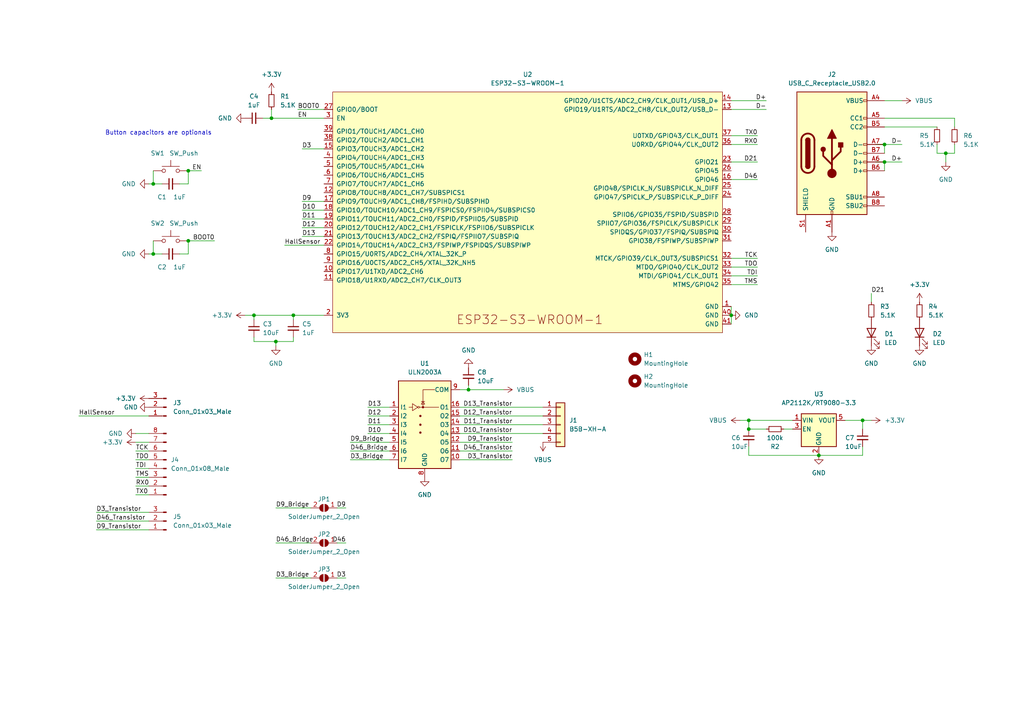
<source format=kicad_sch>
(kicad_sch (version 20211123) (generator eeschema)
  (paper "A4")
  (lib_symbols
    (symbol "Connector:Conn_01x03_Male" (pin_names (offset 1.016) hide)
      (property "Reference" "J" (at 0 5.08 0))
      (property "Value" "Conn_01x03_Male" (at 0 -5.08 0))
      (symbol "Conn_01x03_Male_1_1"
        (polyline (pts (xy 1.27 -2.54) (xy 0.8636 -2.54)) (stroke (width 0.1524)))
        (polyline (pts (xy 1.27 0) (xy 0.8636 0)) (stroke (width 0.1524)))
        (polyline (pts (xy 1.27 2.54) (xy 0.8636 2.54)) (stroke (width 0.1524)))
        (rectangle (start 0.8636 -2.413) (end 0 -2.667) (stroke (width 0.1524)) (fill (type outline)))
        (rectangle (start 0.8636 0.127) (end 0 -0.127) (stroke (width 0.1524)) (fill (type outline)))
        (rectangle (start 0.8636 2.667) (end 0 2.413) (stroke (width 0.1524)) (fill (type outline)))
        (pin passive line (at 5.08 2.54 180) (length 3.81) (name "Pin_1") (number "1"))
        (pin passive line (at 5.08 0 180) (length 3.81) (name "Pin_2") (number "2"))
        (pin passive line (at 5.08 -2.54 180) (length 3.81) (name "Pin_3") (number "3"))
      )
    )
    (symbol "Connector:Conn_01x08_Male" (pin_names (offset 1.016) hide)
      (property "Reference" "J" (at 0 10.16 0))
      (property "Value" "Conn_01x08_Male" (at 0 -12.7 0))
      (symbol "Conn_01x08_Male_1_1"
        (polyline (pts (xy 1.27 -10.16) (xy 0.8636 -10.16)) (stroke (width 0.1524)))
        (polyline (pts (xy 1.27 -7.62) (xy 0.8636 -7.62)) (stroke (width 0.1524)))
        (polyline (pts (xy 1.27 -5.08) (xy 0.8636 -5.08)) (stroke (width 0.1524)))
        (polyline (pts (xy 1.27 -2.54) (xy 0.8636 -2.54)) (stroke (width 0.1524)))
        (polyline (pts (xy 1.27 0) (xy 0.8636 0)) (stroke (width 0.1524)))
        (polyline (pts (xy 1.27 2.54) (xy 0.8636 2.54)) (stroke (width 0.1524)))
        (polyline (pts (xy 1.27 5.08) (xy 0.8636 5.08)) (stroke (width 0.1524)))
        (polyline (pts (xy 1.27 7.62) (xy 0.8636 7.62)) (stroke (width 0.1524)))
        (rectangle (start 0.8636 -10.033) (end 0 -10.287) (stroke (width 0.1524)) (fill (type outline)))
        (rectangle (start 0.8636 -7.493) (end 0 -7.747) (stroke (width 0.1524)) (fill (type outline)))
        (rectangle (start 0.8636 -4.953) (end 0 -5.207) (stroke (width 0.1524)) (fill (type outline)))
        (rectangle (start 0.8636 -2.413) (end 0 -2.667) (stroke (width 0.1524)) (fill (type outline)))
        (rectangle (start 0.8636 0.127) (end 0 -0.127) (stroke (width 0.1524)) (fill (type outline)))
        (rectangle (start 0.8636 2.667) (end 0 2.413) (stroke (width 0.1524)) (fill (type outline)))
        (rectangle (start 0.8636 5.207) (end 0 4.953) (stroke (width 0.1524)) (fill (type outline)))
        (rectangle (start 0.8636 7.747) (end 0 7.493) (stroke (width 0.1524)) (fill (type outline)))
        (pin passive line (at 5.08 7.62 180) (length 3.81) (name "Pin_1") (number "1"))
        (pin passive line (at 5.08 5.08 180) (length 3.81) (name "Pin_2") (number "2"))
        (pin passive line (at 5.08 2.54 180) (length 3.81) (name "Pin_3") (number "3"))
        (pin passive line (at 5.08 0 180) (length 3.81) (name "Pin_4") (number "4"))
        (pin passive line (at 5.08 -2.54 180) (length 3.81) (name "Pin_5") (number "5"))
        (pin passive line (at 5.08 -5.08 180) (length 3.81) (name "Pin_6") (number "6"))
        (pin passive line (at 5.08 -7.62 180) (length 3.81) (name "Pin_7") (number "7"))
        (pin passive line (at 5.08 -10.16 180) (length 3.81) (name "Pin_8") (number "8"))
      )
    )
    (symbol "Connector:USB_C_Receptacle_USB2.0" (pin_names (offset 1.016))
      (property "Reference" "J" (at -10.16 19.05 0))
      (property "Value" "USB_C_Receptacle_USB2.0" (at 19.05 19.05 0))
      (symbol "USB_C_Receptacle_USB2.0_0_0"
        (rectangle (start -0.254 -17.78) (end 0.254 -16.764))
        (rectangle (start 10.16 -14.986) (end 9.144 -15.494))
        (rectangle (start 10.16 -12.446) (end 9.144 -12.954))
        (rectangle (start 10.16 -4.826) (end 9.144 -5.334))
        (rectangle (start 10.16 -2.286) (end 9.144 -2.794))
        (rectangle (start 10.16 0.254) (end 9.144 -0.254))
        (rectangle (start 10.16 2.794) (end 9.144 2.286))
        (rectangle (start 10.16 7.874) (end 9.144 7.366))
        (rectangle (start 10.16 10.414) (end 9.144 9.906))
        (rectangle (start 10.16 15.494) (end 9.144 14.986))
      )
      (symbol "USB_C_Receptacle_USB2.0_0_1"
        (rectangle (start -10.16 17.78) (end 10.16 -17.78) (stroke (width 0.254)) (fill (type background)))
        (arc (start -8.89 -3.81) (mid -6.985 -5.715) (end -5.08 -3.81) (stroke (width 0.508)))
        (arc (start -7.62 -3.81) (mid -6.985 -4.445) (end -6.35 -3.81) (stroke (width 0.254)))
        (arc (start -7.62 -3.81) (mid -6.985 -4.445) (end -6.35 -3.81) (stroke (width 0.254)) (fill (type outline)))
        (rectangle (start -7.62 -3.81) (end -6.35 3.81) (stroke (width 0.254)) (fill (type outline)))
        (arc (start -6.35 3.81) (mid -6.985 4.445) (end -7.62 3.81) (stroke (width 0.254)))
        (arc (start -6.35 3.81) (mid -6.985 4.445) (end -7.62 3.81) (stroke (width 0.254)) (fill (type outline)))
        (arc (start -5.08 3.81) (mid -6.985 5.715) (end -8.89 3.81) (stroke (width 0.508)))
        (circle (center -2.54 1.143) (radius 0.635) (stroke (width 0.254)) (fill (type outline)))
        (circle (center 0 -5.842) (radius 1.27) (fill (type outline)))
        (polyline (pts (xy -8.89 -3.81) (xy -8.89 3.81)) (stroke (width 0.508)))
        (polyline (pts (xy -5.08 3.81) (xy -5.08 -3.81)) (stroke (width 0.508)))
        (polyline (pts (xy 0 -5.842) (xy 0 4.318)) (stroke (width 0.508)))
        (polyline (pts (xy 0 -3.302) (xy -2.54 -0.762) (xy -2.54 0.508)) (stroke (width 0.508)))
        (polyline (pts (xy 0 -2.032) (xy 2.54 0.508) (xy 2.54 1.778)) (stroke (width 0.508)))
        (polyline (pts (xy -1.27 4.318) (xy 0 6.858) (xy 1.27 4.318) (xy -1.27 4.318)) (stroke (width 0.254)) (fill (type outline)))
        (rectangle (start 1.905 1.778) (end 3.175 3.048) (stroke (width 0.254)) (fill (type outline)))
      )
      (symbol "USB_C_Receptacle_USB2.0_1_1"
        (pin passive line (at 0 -22.86 90) (length 5.08) (name "GND") (number "A1"))
        (pin passive line (at 0 -22.86 90) (length 5.08) hide (name "GND") (number "A12"))
        (pin passive line (at 15.24 15.24 180) (length 5.08) (name "VBUS") (number "A4"))
        (pin bidirectional line (at 15.24 10.16 180) (length 5.08) (name "CC1") (number "A5"))
        (pin bidirectional line (at 15.24 -2.54 180) (length 5.08) (name "D+") (number "A6"))
        (pin bidirectional line (at 15.24 2.54 180) (length 5.08) (name "D-") (number "A7"))
        (pin bidirectional line (at 15.24 -12.7 180) (length 5.08) (name "SBU1") (number "A8"))
        (pin passive line (at 15.24 15.24 180) (length 5.08) hide (name "VBUS") (number "A9"))
        (pin passive line (at 0 -22.86 90) (length 5.08) hide (name "GND") (number "B1"))
        (pin passive line (at 0 -22.86 90) (length 5.08) hide (name "GND") (number "B12"))
        (pin passive line (at 15.24 15.24 180) (length 5.08) hide (name "VBUS") (number "B4"))
        (pin bidirectional line (at 15.24 7.62 180) (length 5.08) (name "CC2") (number "B5"))
        (pin bidirectional line (at 15.24 -5.08 180) (length 5.08) (name "D+") (number "B6"))
        (pin bidirectional line (at 15.24 0 180) (length 5.08) (name "D-") (number "B7"))
        (pin bidirectional line (at 15.24 -15.24 180) (length 5.08) (name "SBU2") (number "B8"))
        (pin passive line (at 15.24 15.24 180) (length 5.08) hide (name "VBUS") (number "B9"))
        (pin passive line (at -7.62 -22.86 90) (length 5.08) (name "SHIELD") (number "S1"))
      )
    )
    (symbol "Connector_Generic:Conn_01x05" (pin_names (offset 1.016) hide)
      (property "Reference" "J" (at 0 7.62 0))
      (property "Value" "Conn_01x05" (at 0 -7.62 0))
      (symbol "Conn_01x05_1_1"
        (rectangle (start -1.27 -4.953) (end 0 -5.207) (stroke (width 0.1524)))
        (rectangle (start -1.27 -2.413) (end 0 -2.667) (stroke (width 0.1524)))
        (rectangle (start -1.27 0.127) (end 0 -0.127) (stroke (width 0.1524)))
        (rectangle (start -1.27 2.667) (end 0 2.413) (stroke (width 0.1524)))
        (rectangle (start -1.27 5.207) (end 0 4.953) (stroke (width 0.1524)))
        (rectangle (start -1.27 6.35) (end 1.27 -6.35) (stroke (width 0.254)) (fill (type background)))
        (pin passive line (at -5.08 5.08 0) (length 3.81) (name "Pin_1") (number "1"))
        (pin passive line (at -5.08 2.54 0) (length 3.81) (name "Pin_2") (number "2"))
        (pin passive line (at -5.08 0 0) (length 3.81) (name "Pin_3") (number "3"))
        (pin passive line (at -5.08 -2.54 0) (length 3.81) (name "Pin_4") (number "4"))
        (pin passive line (at -5.08 -5.08 0) (length 3.81) (name "Pin_5") (number "5"))
      )
    )
    (symbol "Device:C_Small" (pin_numbers hide) (pin_names (offset 0.254) hide)
      (property "Reference" "C" (at 0.254 1.778 0))
      (property "Value" "C_Small" (at 0.254 -2.032 0))
      (symbol "C_Small_0_1"
        (polyline (pts (xy -1.524 -0.508) (xy 1.524 -0.508)) (stroke (width 0.3302)))
        (polyline (pts (xy -1.524 0.508) (xy 1.524 0.508)) (stroke (width 0.3048)))
      )
      (symbol "C_Small_1_1"
        (pin passive line (at 0 2.54 270) (length 2.032) (name "~") (number "1"))
        (pin passive line (at 0 -2.54 90) (length 2.032) (name "~") (number "2"))
      )
    )
    (symbol "Device:LED" (pin_numbers hide) (pin_names (offset 1.016) hide)
      (property "Reference" "D" (at 0 2.54 0))
      (property "Value" "LED" (at 0 -2.54 0))
      (symbol "LED_0_1"
        (polyline (pts (xy -1.27 -1.27) (xy -1.27 1.27)) (stroke (width 0.254)))
        (polyline (pts (xy -1.27 0) (xy 1.27 0)))
        (polyline (pts (xy 1.27 -1.27) (xy 1.27 1.27) (xy -1.27 0) (xy 1.27 -1.27)) (stroke (width 0.254)))
        (polyline (pts (xy -3.048 -0.762) (xy -4.572 -2.286) (xy -3.81 -2.286) (xy -4.572 -2.286) (xy -4.572 -1.524)))
        (polyline (pts (xy -1.778 -0.762) (xy -3.302 -2.286) (xy -2.54 -2.286) (xy -3.302 -2.286) (xy -3.302 -1.524)))
      )
      (symbol "LED_1_1"
        (pin passive line (at -3.81 0 0) (length 2.54) (name "K") (number "1"))
        (pin passive line (at 3.81 0 180) (length 2.54) (name "A") (number "2"))
      )
    )
    (symbol "Device:R_Small" (pin_numbers hide) (pin_names (offset 0.254) hide)
      (property "Reference" "R" (at 0.762 0.508 0))
      (property "Value" "R_Small" (at 0.762 -1.016 0))
      (symbol "R_Small_0_1"
        (rectangle (start -0.762 1.778) (end 0.762 -1.778) (stroke (width 0.2032)))
      )
      (symbol "R_Small_1_1"
        (pin passive line (at 0 2.54 270) (length 0.762) (name "~") (number "1"))
        (pin passive line (at 0 -2.54 90) (length 0.762) (name "~") (number "2"))
      )
    )
    (symbol "Espressif:ESP32-S3-WROOM-1" (pin_names (offset 1.016))
      (property "Reference" "U" (at 0 35.56 0))
      (property "Value" "ESP32-S3-WROOM-1" (at 0 -36.83 0))
      (symbol "ESP32-S3-WROOM-1_0_0"
        (rectangle (start -57.15 34.29) (end 55.88 -35.56) (fill (type background)))
        (text "ESP32-S3-WROOM-1" (at 0 -31.75 0) (effects (font (size 2.54 2.54))))
        (pin power_in line (at 58.42 -27.94 180) (length 2.54) (name "GND") (number "1"))
        (pin bidirectional line (at -59.69 -17.78 0) (length 2.54) (name "GPIO17/U1TXD/ADC2_CH6") (number "10"))
        (pin bidirectional line (at -59.69 -20.32 0) (length 2.54) (name "GPIO18/U1RXD/ADC2_CH7/CLK_OUT3") (number "11"))
        (pin bidirectional line (at -59.69 5.08 0) (length 2.54) (name "GPIO8/TOUCH8/ADC1_CH7/SUBSPICS1") (number "12"))
        (pin bidirectional line (at 58.42 29.21 180) (length 2.54) (name "GPIO19/U1RTS/ADC2_CH8/CLK_OUT2/USB_D-") (number "13"))
        (pin bidirectional line (at 58.42 31.75 180) (length 2.54) (name "GPIO20/U1CTS/ADC2_CH9/CLK_OUT1/USB_D+") (number "14"))
        (pin bidirectional line (at -59.69 17.78 0) (length 2.54) (name "GPIO3/TOUCH3/ADC1_CH2") (number "15"))
        (pin bidirectional line (at 58.42 8.89 180) (length 2.54) (name "GPIO46") (number "16"))
        (pin bidirectional line (at -59.69 2.54 0) (length 2.54) (name "GPIO9/TOUCH9/ADC1_CH8/FSPIHD/SUBSPIHD") (number "17"))
        (pin bidirectional line (at -59.69 0 0) (length 2.54) (name "GPIO10/TOUCH10/ADC1_CH9/FSPICS0/FSPIIO4/SUBSPICS0") (number "18"))
        (pin bidirectional line (at -59.69 -2.54 0) (length 2.54) (name "GPIO11/TOUCH11/ADC2_CH0/FSPID/FSPIIO5/SUBSPID") (number "19"))
        (pin power_in line (at -59.69 -30.48 0) (length 2.54) (name "3V3") (number "2"))
        (pin bidirectional line (at -59.69 -5.08 0) (length 2.54) (name "GPIO12/TOUCH12/ADC2_CH1/FSPICLK/FSPIIO6/SUBSPICLK") (number "20"))
        (pin bidirectional line (at -59.69 -7.62 0) (length 2.54) (name "GPIO13/TOUCH13/ADC2_CH2/FSPIQ/FSPIIO7/SUBSPIQ") (number "21"))
        (pin bidirectional line (at -59.69 -10.16 0) (length 2.54) (name "GPIO14/TOUCH14/ADC2_CH3/FSPIWP/FSPIDQS/SUBSPIWP") (number "22"))
        (pin bidirectional line (at 58.42 13.97 180) (length 2.54) (name "GPIO21") (number "23"))
        (pin bidirectional line (at 58.42 3.81 180) (length 2.54) (name "GPIO47/SPICLK_P/SUBSPICLK_P_DIFF") (number "24"))
        (pin bidirectional line (at 58.42 6.35 180) (length 2.54) (name "GPIO48/SPICLK_N/SUBSPICLK_N_DIFF") (number "25"))
        (pin bidirectional line (at 58.42 11.43 180) (length 2.54) (name "GPIO45") (number "26"))
        (pin bidirectional line (at -59.69 29.21 0) (length 2.54) (name "GPIO0/BOOT") (number "27"))
        (pin bidirectional line (at 58.42 -1.27 180) (length 2.54) (name "SPIIO6/GPIO35/FSPID/SUBSPID") (number "28"))
        (pin bidirectional line (at 58.42 -3.81 180) (length 2.54) (name "SPIIO7/GPIO36/FSPICLK/SUBSPICLK") (number "29"))
        (pin input line (at -59.69 26.67 0) (length 2.54) (name "EN") (number "3"))
        (pin bidirectional line (at 58.42 -6.35 180) (length 2.54) (name "SPIDQS/GPIO37/FSPIQ/SUBSPIQ") (number "30"))
        (pin bidirectional line (at 58.42 -8.89 180) (length 2.54) (name "GPIO38/FSPIWP/SUBSPIWP") (number "31"))
        (pin bidirectional line (at 58.42 -13.97 180) (length 2.54) (name "MTCK/GPIO39/CLK_OUT3/SUBSPICS1") (number "32"))
        (pin bidirectional line (at 58.42 -16.51 180) (length 2.54) (name "MTDO/GPIO40/CLK_OUT2") (number "33"))
        (pin bidirectional line (at 58.42 -19.05 180) (length 2.54) (name "MTDI/GPIO41/CLK_OUT1") (number "34"))
        (pin bidirectional line (at 58.42 -21.59 180) (length 2.54) (name "MTMS/GPIO42") (number "35"))
        (pin bidirectional line (at 58.42 19.05 180) (length 2.54) (name "U0RXD/GPIO44/CLK_OUT2") (number "36"))
        (pin bidirectional line (at 58.42 21.59 180) (length 2.54) (name "U0TXD/GPIO43/CLK_OUT1") (number "37"))
        (pin bidirectional line (at -59.69 20.32 0) (length 2.54) (name "GPIO2/TOUCH2/ADC1_CH1") (number "38"))
        (pin bidirectional line (at -59.69 22.86 0) (length 2.54) (name "GPIO1/TOUCH1/ADC1_CH0") (number "39"))
        (pin bidirectional line (at -59.69 15.24 0) (length 2.54) (name "GPIO4/TOUCH4/ADC1_CH3") (number "4"))
        (pin power_in line (at 58.42 -30.48 180) (length 2.54) (name "GND") (number "40"))
        (pin power_in line (at 58.42 -33.02 180) (length 2.54) (name "GND") (number "41"))
        (pin bidirectional line (at -59.69 12.7 0) (length 2.54) (name "GPIO5/TOUCH5/ADC1_CH4") (number "5"))
        (pin bidirectional line (at -59.69 10.16 0) (length 2.54) (name "GPIO6/TOUCH6/ADC1_CH5") (number "6"))
        (pin bidirectional line (at -59.69 7.62 0) (length 2.54) (name "GPIO7/TOUCH7/ADC1_CH6") (number "7"))
        (pin bidirectional line (at -59.69 -12.7 0) (length 2.54) (name "GPIO15/U0RTS/ADC2_CH4/XTAL_32K_P") (number "8"))
        (pin bidirectional line (at -59.69 -15.24 0) (length 2.54) (name "GPIO16/U0CTS/ADC2_CH5/XTAL_32K_NH5") (number "9"))
      )
    )
    (symbol "Jumper:SolderJumper_2_Open" (pin_names (offset 0) hide)
      (property "Reference" "JP" (at 0 2.032 0))
      (property "Value" "SolderJumper_2_Open" (at 0 -2.54 0))
      (symbol "SolderJumper_2_Open_0_1"
        (arc (start -0.254 1.016) (mid -1.27 0) (end -0.254 -1.016))
        (arc (start -0.254 1.016) (mid -1.27 0) (end -0.254 -1.016) (fill (type outline)))
        (polyline (pts (xy -0.254 1.016) (xy -0.254 -1.016)))
        (polyline (pts (xy 0.254 1.016) (xy 0.254 -1.016)))
        (arc (start 0.254 -1.016) (mid 1.27 0) (end 0.254 1.016))
        (arc (start 0.254 -1.016) (mid 1.27 0) (end 0.254 1.016) (fill (type outline)))
      )
      (symbol "SolderJumper_2_Open_1_1"
        (pin passive line (at -3.81 0 0) (length 2.54) (name "A") (number "1"))
        (pin passive line (at 3.81 0 180) (length 2.54) (name "B") (number "2"))
      )
    )
    (symbol "Mechanical:MountingHole" (pin_names (offset 1.016))
      (property "Reference" "H" (at 0 5.08 0))
      (property "Value" "MountingHole" (at 0 3.175 0))
      (symbol "MountingHole_0_1"
        (circle (center 0 0) (radius 1.27) (stroke (width 1.27)))
      )
    )
    (symbol "Regulator_Linear:AP2112K-3.3" (pin_names (offset 0.254))
      (property "Reference" "U" (at -5.08 5.715 0))
      (property "Value" "AP2112K-3.3" (at 0 5.715 0))
      (symbol "AP2112K-3.3_0_1"
        (rectangle (start -5.08 4.445) (end 5.08 -5.08) (stroke (width 0.254)) (fill (type background)))
      )
      (symbol "AP2112K-3.3_1_1"
        (pin power_in line (at -7.62 2.54 0) (length 2.54) (name "VIN") (number "1"))
        (pin power_in line (at 0 -7.62 90) (length 2.54) (name "GND") (number "2"))
        (pin input line (at -7.62 0 0) (length 2.54) (name "EN") (number "3"))
        (pin no_connect line (at 5.08 0 180) (length 2.54) hide (name "NC") (number "4"))
        (pin power_out line (at 7.62 2.54 180) (length 2.54) (name "VOUT") (number "5"))
      )
    )
    (symbol "Switch:SW_Push" (pin_numbers hide) (pin_names (offset 1.016) hide)
      (property "Reference" "SW" (at 1.27 2.54 0))
      (property "Value" "SW_Push" (at 0 -1.524 0))
      (symbol "SW_Push_0_1"
        (circle (center -2.032 0) (radius 0.508))
        (polyline (pts (xy 0 1.27) (xy 0 3.048)))
        (polyline (pts (xy 2.54 1.27) (xy -2.54 1.27)))
        (circle (center 2.032 0) (radius 0.508))
        (pin passive line (at -5.08 0 0) (length 2.54) (name "1") (number "1"))
        (pin passive line (at 5.08 0 180) (length 2.54) (name "2") (number "2"))
      )
    )
    (symbol "Transistor_Array:ULN2003A"
      (property "Reference" "U" (at 0 15.875 0))
      (property "Value" "ULN2003A" (at 0 13.97 0))
      (symbol "ULN2003A_0_1"
        (rectangle (start -7.62 -12.7) (end 7.62 12.7) (stroke (width 0.254)) (fill (type background)))
        (circle (center -1.778 5.08) (radius 0.254))
        (circle (center -1.27 -2.286) (radius 0.254) (fill (type outline)))
        (circle (center -1.27 0) (radius 0.254) (fill (type outline)))
        (circle (center -1.27 2.54) (radius 0.254) (fill (type outline)))
        (circle (center -0.508 5.08) (radius 0.254) (fill (type outline)))
        (polyline (pts (xy -4.572 5.08) (xy -3.556 5.08)))
        (polyline (pts (xy -1.524 5.08) (xy 4.064 5.08)))
        (polyline (pts (xy 0 6.731) (xy -1.016 6.731)))
        (polyline (pts (xy -0.508 5.08) (xy -0.508 10.16) (xy 2.921 10.16)))
        (polyline (pts (xy -3.556 6.096) (xy -3.556 4.064) (xy -2.032 5.08) (xy -3.556 6.096)))
        (polyline (pts (xy 0 5.969) (xy -1.016 5.969) (xy -0.508 6.731) (xy 0 5.969)))
      )
      (symbol "ULN2003A_1_1"
        (pin input line (at -10.16 5.08 0) (length 2.54) (name "I1") (number "1"))
        (pin open_collector line (at 10.16 -10.16 180) (length 2.54) (name "O7") (number "10"))
        (pin open_collector line (at 10.16 -7.62 180) (length 2.54) (name "O6") (number "11"))
        (pin open_collector line (at 10.16 -5.08 180) (length 2.54) (name "O5") (number "12"))
        (pin open_collector line (at 10.16 -2.54 180) (length 2.54) (name "O4") (number "13"))
        (pin open_collector line (at 10.16 0 180) (length 2.54) (name "O3") (number "14"))
        (pin open_collector line (at 10.16 2.54 180) (length 2.54) (name "O2") (number "15"))
        (pin open_collector line (at 10.16 5.08 180) (length 2.54) (name "O1") (number "16"))
        (pin input line (at -10.16 2.54 0) (length 2.54) (name "I2") (number "2"))
        (pin input line (at -10.16 0 0) (length 2.54) (name "I3") (number "3"))
        (pin input line (at -10.16 -2.54 0) (length 2.54) (name "I4") (number "4"))
        (pin input line (at -10.16 -5.08 0) (length 2.54) (name "I5") (number "5"))
        (pin input line (at -10.16 -7.62 0) (length 2.54) (name "I6") (number "6"))
        (pin input line (at -10.16 -10.16 0) (length 2.54) (name "I7") (number "7"))
        (pin power_in line (at 0 -15.24 90) (length 2.54) (name "GND") (number "8"))
        (pin passive line (at 10.16 10.16 180) (length 2.54) (name "COM") (number "9"))
      )
    )
    (symbol "power:+3.3V" (power) (pin_names (offset 0))
      (property "Value" "+3.3V" (at 0 3.556 0))
      (symbol "+3.3V_0_1"
        (polyline (pts (xy -0.762 1.27) (xy 0 2.54)))
        (polyline (pts (xy 0 0) (xy 0 2.54)))
        (polyline (pts (xy 0 2.54) (xy 0.762 1.27)))
      )
      (symbol "+3.3V_1_1"
        (pin power_in line (at 0 0 90) (length 0) hide (name "+3.3V") (number "1"))
      )
    )
    (symbol "power:GND" (power) (pin_names (offset 0))
      (property "Value" "GND" (at 0 -3.81 0))
      (symbol "GND_0_1"
        (polyline (pts (xy 0 0) (xy 0 -1.27) (xy 1.27 -1.27) (xy 0 -2.54) (xy -1.27 -1.27) (xy 0 -1.27)))
      )
      (symbol "GND_1_1"
        (pin power_in line (at 0 0 270) (length 0) hide (name "GND") (number "1"))
      )
    )
    (symbol "power:VBUS" (power) (pin_names (offset 0))
      (property "Value" "VBUS" (at 0 3.81 0))
      (symbol "VBUS_0_1"
        (polyline (pts (xy -0.762 1.27) (xy 0 2.54)))
        (polyline (pts (xy 0 0) (xy 0 2.54)))
        (polyline (pts (xy 0 2.54) (xy 0.762 1.27)))
      )
      (symbol "VBUS_1_1"
        (pin power_in line (at 0 0 90) (length 0) hide (name "VBUS") (number "1"))
      )
    )
  )
  (junction (at 44.45 53.34))
  (junction (at 237.49 132.08))
  (junction (at 274.32 44.45))
  (junction (at 256.54 46.99))
  (junction (at 85.09 91.44))
  (junction (at 212.09 91.44))
  (junction (at 217.17 121.92))
  (junction (at 78.74 34.29))
  (junction (at 256.54 41.91))
  (junction (at 54.61 69.85))
  (junction (at 217.17 124.46))
  (junction (at 135.89 113.03))
  (junction (at 54.61 49.53))
  (junction (at 80.01 99.06))
  (junction (at 250.19 121.92))
  (junction (at 73.66 91.44))
  (junction (at 44.45 73.66))
  (wire (pts (xy 86.36 31.75) (xy 93.98 31.75)))
  (wire (pts (xy 82.55 71.12) (xy 93.98 71.12)))
  (wire (pts (xy 87.63 68.58) (xy 93.98 68.58)))
  (wire (pts (xy 133.35 128.27) (xy 148.59 128.27)))
  (wire (pts (xy 54.61 53.34) (xy 54.61 49.53)))
  (wire (pts (xy 212.09 80.01) (xy 219.71 80.01)))
  (wire (pts (xy 78.74 31.75) (xy 78.74 34.29)))
  (wire (pts (xy 135.89 113.03) (xy 133.35 113.03)))
  (wire (pts (xy 106.68 120.65) (xy 113.03 120.65)))
  (wire (pts (xy 261.62 29.21) (xy 256.54 29.21)))
  (wire (pts (xy 43.18 153.67) (xy 27.94 153.67)))
  (wire (pts (xy 212.09 46.99) (xy 219.71 46.99)))
  (wire (pts (xy 39.37 133.35) (xy 43.18 133.35)))
  (wire (pts (xy 250.19 129.54) (xy 250.19 132.08)))
  (wire (pts (xy 212.09 31.75) (xy 222.25 31.75)))
  (wire (pts (xy 54.61 73.66) (xy 54.61 69.85)))
  (wire (pts (xy 22.86 120.65) (xy 43.18 120.65)))
  (wire (pts (xy 148.59 133.35) (xy 133.35 133.35)))
  (wire (pts (xy 80.01 100.33) (xy 80.01 99.06)))
  (wire (pts (xy 39.37 135.89) (xy 43.18 135.89)))
  (wire (pts (xy 52.07 53.34) (xy 54.61 53.34)))
  (wire (pts (xy 101.6 128.27) (xy 113.03 128.27)))
  (wire (pts (xy 39.37 125.73) (xy 43.18 125.73)))
  (wire (pts (xy 212.09 41.91) (xy 219.71 41.91)))
  (wire (pts (xy 97.79 157.48) (xy 100.33 157.48)))
  (wire (pts (xy 73.66 99.06) (xy 73.66 97.79)))
  (wire (pts (xy 87.63 63.5) (xy 93.98 63.5)))
  (wire (pts (xy 87.63 43.18) (xy 93.98 43.18)))
  (wire (pts (xy 80.01 99.06) (xy 85.09 99.06)))
  (wire (pts (xy 87.63 66.04) (xy 93.98 66.04)))
  (wire (pts (xy 44.45 53.34) (xy 44.45 49.53)))
  (wire (pts (xy 85.09 91.44) (xy 93.98 91.44)))
  (wire (pts (xy 44.45 73.66) (xy 44.45 69.85)))
  (wire (pts (xy 71.12 91.44) (xy 73.66 91.44)))
  (wire (pts (xy 27.94 148.59) (xy 43.18 148.59)))
  (wire (pts (xy 73.66 92.71) (xy 73.66 91.44)))
  (wire (pts (xy 133.35 118.11) (xy 157.48 118.11)))
  (wire (pts (xy 212.09 77.47) (xy 219.71 77.47)))
  (wire (pts (xy 106.68 118.11) (xy 113.03 118.11)))
  (wire (pts (xy 135.89 111.76) (xy 135.89 113.03)))
  (wire (pts (xy 212.09 39.37) (xy 219.71 39.37)))
  (wire (pts (xy 256.54 41.91) (xy 261.62 41.91)))
  (wire (pts (xy 80.01 147.32) (xy 90.17 147.32)))
  (wire (pts (xy 212.09 91.44) (xy 212.09 93.98)))
  (wire (pts (xy 254 46.99) (xy 256.54 46.99)))
  (wire (pts (xy 39.37 140.97) (xy 43.18 140.97)))
  (wire (pts (xy 43.18 53.34) (xy 44.45 53.34)))
  (wire (pts (xy 73.66 99.06) (xy 80.01 99.06)))
  (wire (pts (xy 39.37 130.81) (xy 43.18 130.81)))
  (wire (pts (xy 39.37 138.43) (xy 43.18 138.43)))
  (wire (pts (xy 97.79 167.64) (xy 100.33 167.64)))
  (wire (pts (xy 54.61 49.53) (xy 58.42 49.53)))
  (wire (pts (xy 97.79 147.32) (xy 100.33 147.32)))
  (wire (pts (xy 212.09 29.21) (xy 222.25 29.21)))
  (wire (pts (xy 276.86 41.91) (xy 276.86 44.45)))
  (wire (pts (xy 256.54 46.99) (xy 261.62 46.99)))
  (wire (pts (xy 256.54 34.29) (xy 276.86 34.29)))
  (wire (pts (xy 133.35 120.65) (xy 157.48 120.65)))
  (wire (pts (xy 133.35 123.19) (xy 157.48 123.19)))
  (wire (pts (xy 85.09 92.71) (xy 85.09 91.44)))
  (wire (pts (xy 252.73 85.09) (xy 252.73 87.63)))
  (wire (pts (xy 256.54 36.83) (xy 271.78 36.83)))
  (wire (pts (xy 271.78 44.45) (xy 274.32 44.45)))
  (wire (pts (xy 146.05 113.03) (xy 135.89 113.03)))
  (wire (pts (xy 252.73 121.92) (xy 250.19 121.92)))
  (wire (pts (xy 106.68 123.19) (xy 113.03 123.19)))
  (wire (pts (xy 212.09 52.07) (xy 219.71 52.07)))
  (wire (pts (xy 217.17 121.92) (xy 229.87 121.92)))
  (wire (pts (xy 256.54 41.91) (xy 256.54 44.45)))
  (wire (pts (xy 217.17 129.54) (xy 217.17 132.08)))
  (wire (pts (xy 78.74 34.29) (xy 93.98 34.29)))
  (wire (pts (xy 39.37 143.51) (xy 43.18 143.51)))
  (wire (pts (xy 254 41.91) (xy 256.54 41.91)))
  (wire (pts (xy 44.45 53.34) (xy 46.99 53.34)))
  (wire (pts (xy 212.09 88.9) (xy 212.09 91.44)))
  (wire (pts (xy 250.19 121.92) (xy 245.11 121.92)))
  (wire (pts (xy 44.45 73.66) (xy 46.99 73.66)))
  (wire (pts (xy 250.19 121.92) (xy 250.19 124.46)))
  (wire (pts (xy 222.25 124.46) (xy 217.17 124.46)))
  (wire (pts (xy 73.66 91.44) (xy 85.09 91.44)))
  (wire (pts (xy 87.63 60.96) (xy 93.98 60.96)))
  (wire (pts (xy 52.07 73.66) (xy 54.61 73.66)))
  (wire (pts (xy 214.63 121.92) (xy 217.17 121.92)))
  (wire (pts (xy 227.33 124.46) (xy 229.87 124.46)))
  (wire (pts (xy 148.59 130.81) (xy 133.35 130.81)))
  (wire (pts (xy 27.94 151.13) (xy 43.18 151.13)))
  (wire (pts (xy 80.01 167.64) (xy 90.17 167.64)))
  (wire (pts (xy 87.63 58.42) (xy 93.98 58.42)))
  (wire (pts (xy 39.37 128.27) (xy 43.18 128.27)))
  (wire (pts (xy 101.6 133.35) (xy 113.03 133.35)))
  (wire (pts (xy 133.35 125.73) (xy 157.48 125.73)))
  (wire (pts (xy 101.6 130.81) (xy 113.03 130.81)))
  (wire (pts (xy 217.17 124.46) (xy 217.17 121.92)))
  (wire (pts (xy 85.09 99.06) (xy 85.09 97.79)))
  (wire (pts (xy 43.18 73.66) (xy 44.45 73.66)))
  (wire (pts (xy 212.09 82.55) (xy 219.71 82.55)))
  (wire (pts (xy 217.17 132.08) (xy 237.49 132.08)))
  (wire (pts (xy 274.32 44.45) (xy 276.86 44.45)))
  (wire (pts (xy 54.61 69.85) (xy 62.23 69.85)))
  (wire (pts (xy 76.2 34.29) (xy 78.74 34.29)))
  (wire (pts (xy 276.86 34.29) (xy 276.86 36.83)))
  (wire (pts (xy 106.68 125.73) (xy 113.03 125.73)))
  (wire (pts (xy 274.32 46.99) (xy 274.32 44.45)))
  (wire (pts (xy 212.09 74.93) (xy 219.71 74.93)))
  (wire (pts (xy 271.78 41.91) (xy 271.78 44.45)))
  (wire (pts (xy 256.54 46.99) (xy 256.54 49.53)))
  (wire (pts (xy 80.01 157.48) (xy 90.17 157.48)))
  (wire (pts (xy 250.19 132.08) (xy 237.49 132.08)))
  (text "Button capacitors are optionals" (at 30.48 39.37 0) (effects (font (size 1.27 1.27)) (justify left bottom)))
  (label "D3_Transistor" (at 27.94 148.59 0))
  (label "D9_Bridge" (at 101.6 128.27 0))
  (label "D46_Transistor" (at 148.59 130.81 180))
  (label "D13_Transistor" (at 148.59 118.11 180))
  (label "D+" (at 222.25 29.21 180))
  (label "TCK" (at 39.37 130.81 0))
  (label "HallSensor" (at 22.86 120.65 0))
  (label "D9_Transistor" (at 27.94 153.67 0))
  (label "D10" (at 106.68 125.73 0))
  (label "D12_Transistor" (at 148.546 120.65 180))
  (label "D-" (at 222.25 31.75 180))
  (label "D21" (at 219.71 46.99 180))
  (label "D9_Bridge" (at 80.01 147.32 0))
  (label "D46_Transistor" (at 27.94 151.13 0))
  (label "D10_Transistor" (at 148.59 125.73 180))
  (label "D12" (at 106.68 120.65 0))
  (label "D3" (at 100.33 167.64 180))
  (label "D-" (at 261.62 41.91 180))
  (label "TX0" (at 39.37 143.51 0))
  (label "TDO" (at 219.71 77.47 180))
  (label "D21" (at 252.73 85.09 0))
  (label "D12" (at 87.63 66.04 0))
  (label "TDI" (at 219.71 80.01 180))
  (label "D46_Bridge" (at 101.6 130.81 0))
  (label "D9" (at 100.33 147.32 180))
  (label "D3_Bridge" (at 101.6 133.35 0))
  (label "D13" (at 106.68 118.11 0))
  (label "D3_Transistor" (at 148.59 133.35 180))
  (label "TDO" (at 39.37 133.35 0))
  (label "EN" (at 58.42 49.53 180))
  (label "D46" (at 100.33 157.48 180))
  (label "D11_Transistor" (at 148.6701 123.19 180))
  (label "EN" (at 86.36 34.29 0))
  (label "D46_Bridge" (at 80.01 157.48 0))
  (label "HallSensor" (at 82.55 71.12 0))
  (label "D11" (at 87.63 63.5 0))
  (label "D11" (at 106.68 123.19 0))
  (label "D9_Transistor" (at 148.59 128.27 180))
  (label "D3" (at 87.63 43.18 0))
  (label "D+" (at 261.62 46.99 180))
  (label "RX0" (at 219.71 41.91 180))
  (label "D9" (at 87.63 58.42 0))
  (label "BOOT0" (at 86.36 31.75 0))
  (label "TMS" (at 219.71 82.55 180))
  (label "D3_Bridge" (at 80.01 167.64 0))
  (label "TDI" (at 39.37 135.89 0))
  (label "D46" (at 219.71 52.07 180))
  (label "D10" (at 87.63 60.96 0))
  (label "D13" (at 87.63 68.58 0))
  (label "BOOT0" (at 62.23 69.85 180))
  (label "RX0" (at 39.37 140.97 0))
  (label "TCK" (at 219.71 74.93 180))
  (label "TX0" (at 219.71 39.37 180))
  (label "TMS" (at 39.37 138.43 0))
  (symbol (lib_id "power:GND") (at 212.09 91.44 90) (unit 1)
    (property "Reference" "#PWR0105" (effects hide))
    (property "Value" "GND" (at 215.9 91.4399 90) (effects (justify right)))
  )
  (symbol (lib_id "Device:LED") (at 252.73 96.52 90) (unit 1)
    (property "Reference" "D1" (at 256.54 96.8374 90) (effects (justify right)))
    (property "Value" "LED" (at 256.54 99.3774 90) (effects (justify right)))
    (property "Footprint" "LED_SMD:LED_0805_2012Metric_Pad1.15x1.40mm_HandSolder" (effects hide))
  )
  (symbol (lib_id "power:GND") (at 274.32 46.99 0) (unit 1)
    (property "Reference" "#PWR0104" (effects hide))
    (property "Value" "GND" (at 274.32 52.07 0))
  )
  (symbol (lib_id "Device:C_Small") (at 73.66 34.29 90) (unit 1)
    (property "Reference" "C4" (at 73.6663 27.94 90))
    (property "Value" "1uF" (at 73.6663 30.48 90))
    (property "Footprint" "Capacitor_SMD:C_0805_2012Metric_Pad1.18x1.45mm_HandSolder" (effects hide))
  )
  (symbol (lib_id "power:GND") (at 252.73 100.33 0) (unit 1)
    (property "Reference" "#PWR0110" (effects hide))
    (property "Value" "GND" (at 252.73 105.41 0))
  )
  (symbol (lib_id "Jumper:SolderJumper_2_Open") (at 93.98 167.64 180) (unit 1)
    (property "Reference" "JP3" (at 93.98 165.1 0))
    (property "Value" "SolderJumper_2_Open" (at 93.98 170.18 0))
    (property "Footprint" "Jumper:SolderJumper-2_P1.3mm_Open_TrianglePad1.0x1.5mm" (effects hide))
  )
  (symbol (lib_id "power:+3.3V") (at 39.37 128.27 90) (unit 1)
    (property "Reference" "#PWR0123" (effects hide))
    (property "Value" "+3.3V" (at 35.56 128.2699 90) (effects (justify left)))
  )
  (symbol (lib_id "power:+3.3V") (at 71.12 91.44 90) (unit 1)
    (property "Reference" "#PWR0112" (effects hide))
    (property "Value" "+3.3V" (at 67.31 91.4399 90) (effects (justify left)))
  )
  (symbol (lib_id "power:GND") (at 39.37 125.73 270) (unit 1)
    (property "Reference" "#PWR0124" (effects hide))
    (property "Value" "GND" (at 35.56 125.7299 90) (effects (justify right)))
  )
  (symbol (lib_id "Transistor_Array:ULN2003A") (at 123.19 123.19 0) (unit 1)
    (property "Reference" "U1" (at 123.19 105.41 0))
    (property "Value" "ULN2003A" (at 123.19 107.95 0))
    (property "Footprint" "Package_SO:SOIC-16_3.9x9.9mm_P1.27mm" (effects hide))
    (property "Datasheet" "http://www.ti.com/lit/ds/symlink/uln2003a.pdf" (effects hide))
  )
  (symbol (lib_id "power:GND") (at 43.18 118.11 270) (unit 1)
    (property "Reference" "#PWR0121" (effects hide))
    (property "Value" "GND" (at 40.005 118.1099 90) (effects (justify right)))
  )
  (symbol (lib_id "power:GND") (at 266.7 100.33 0) (unit 1)
    (property "Reference" "#PWR0108" (effects hide))
    (property "Value" "GND" (at 266.7 105.41 0))
  )
  (symbol (lib_id "Device:C_Small") (at 217.17 127 0) (unit 1)
    (property "Reference" "C6" (at 212.09 127 0) (effects (justify left)))
    (property "Value" "10uF" (at 212.09 129.54 0) (effects (justify left)))
    (property "Footprint" "Capacitor_SMD:C_0805_2012Metric_Pad1.18x1.45mm_HandSolder" (effects hide))
  )
  (symbol (lib_id "Switch:SW_Push") (at 49.53 69.85 0) (unit 1)
    (property "Reference" "SW2" (at 45.72 64.77 0))
    (property "Value" "SW_Push" (at 53.34 64.77 0))
    (property "Footprint" "Button_Switch_SMD:SW_SPST_TL3342" (effects hide))
  )
  (symbol (lib_id "power:+3.3V") (at 266.7 87.63 0) (unit 1)
    (property "Reference" "#PWR0109" (effects hide))
    (property "Value" "+3.3V" (at 266.7 82.55 0))
  )
  (symbol (lib_id "Connector:Conn_01x03_Male") (at 48.26 118.11 180) (unit 1)
    (property "Reference" "J3" (at 50.165 116.8399 0) (effects (justify right)))
    (property "Value" "Conn_01x03_Male" (at 50.165 119.3799 0) (effects (justify right)))
    (property "Footprint" "Connector_PinHeader_2.54mm:PinHeader_1x03_P2.54mm_Vertical" (effects hide))
  )
  (symbol (lib_id "Connector:Conn_01x08_Male") (at 48.26 135.89 180) (unit 1)
    (property "Reference" "J4" (at 49.53 133.3499 0) (effects (justify right)))
    (property "Value" "Conn_01x08_Male" (at 49.53 135.8899 0) (effects (justify right)))
    (property "Footprint" "Connector_PinHeader_2.54mm_Horizontal_SMD:PinHeader_1x08_P2.54mm_Horizontal_SMD" (effects hide))
  )
  (symbol (lib_id "Device:C_Small") (at 85.09 95.25 0) (unit 1)
    (property "Reference" "C5" (at 87.63 93.9862 0) (effects (justify left)))
    (property "Value" "1uF" (at 87.63 96.5262 0) (effects (justify left)))
    (property "Footprint" "Capacitor_SMD:C_0805_2012Metric_Pad1.18x1.45mm_HandSolder" (effects hide))
  )
  (symbol (lib_id "power:GND") (at 71.12 34.29 270) (unit 1)
    (property "Reference" "#PWR0101" (effects hide))
    (property "Value" "GND" (at 67.31 34.2899 90) (effects (justify right)))
  )
  (symbol (lib_id "power:GND") (at 237.49 132.08 0) (unit 1)
    (property "Reference" "#PWR0115" (effects hide))
    (property "Value" "GND" (at 237.49 137.16 0))
  )
  (symbol (lib_id "Regulator_Linear:AP2112K-3.3") (at 237.49 124.46 0) (unit 1)
    (property "Reference" "U3" (at 237.49 114.3 0))
    (property "Value" "AP2112K/RT9080-3.3" (at 237.49 116.84 0))
    (property "Footprint" "Package_TO_SOT_SMD:SOT-23-5" (effects hide))
    (property "Datasheet" "https://www.diodes.com/assets/Datasheets/AP2112.pdf" (effects hide))
  )
  (symbol (lib_id "Device:R_Small") (at 266.7 90.17 0) (unit 1)
    (property "Reference" "R4" (at 269.24 88.8999 0) (effects (justify left)))
    (property "Value" "5.1K" (at 269.24 91.4399 0) (effects (justify left)))
    (property "Footprint" "Resistor_SMD:R_0805_2012Metric_Pad1.20x1.40mm_HandSolder" (effects hide))
  )
  (symbol (lib_id "power:VBUS") (at 157.48 128.27 180) (unit 1)
    (property "Reference" "#PWR0119" (effects hide))
    (property "Value" "VBUS" (at 157.48 133.35 0))
  )
  (symbol (lib_id "power:GND") (at 43.18 73.66 270) (unit 1)
    (property "Reference" "#PWR0111" (effects hide))
    (property "Value" "GND" (at 39.37 73.6599 90) (effects (justify right)))
  )
  (symbol (lib_id "Mechanical:MountingHole") (at 184.15 110.49 0) (unit 1)
    (property "Reference" "H2" (at 186.69 109.2199 0) (effects (justify left)))
    (property "Value" "MountingHole" (at 186.69 111.7599 0) (effects (justify left)))
    (property "Footprint" "MountingHole:MountingHole_3.2mm_M3_Pad_Via" (effects hide))
  )
  (symbol (lib_id "Jumper:SolderJumper_2_Open") (at 93.98 147.32 180) (unit 1)
    (property "Reference" "JP1" (at 93.98 144.78 0))
    (property "Value" "SolderJumper_2_Open" (at 93.98 149.86 0))
    (property "Footprint" "Jumper:SolderJumper-2_P1.3mm_Open_TrianglePad1.0x1.5mm" (effects hide))
  )
  (symbol (lib_id "Device:C_Small") (at 49.53 53.34 90) (unit 1)
    (property "Reference" "C1" (at 46.99 57.15 90))
    (property "Value" "1uF" (at 52.07 57.15 90))
    (property "Footprint" "Capacitor_SMD:C_0805_2012Metric_Pad1.18x1.45mm_HandSolder" (effects hide))
  )
  (symbol (lib_id "power:GND") (at 135.89 106.68 180) (unit 1)
    (property "Reference" "#PWR0120" (effects hide))
    (property "Value" "GND" (at 135.89 101.6 0))
  )
  (symbol (lib_id "power:GND") (at 80.01 100.33 0) (unit 1)
    (property "Reference" "#PWR0113" (effects hide))
    (property "Value" "GND" (at 80.01 105.41 0))
  )
  (symbol (lib_id "Switch:SW_Push") (at 49.53 49.53 0) (unit 1)
    (property "Reference" "SW1" (at 45.72 44.45 0))
    (property "Value" "SW_Push" (at 53.34 44.45 0))
    (property "Footprint" "Button_Switch_SMD:SW_SPST_TL3342" (effects hide))
  )
  (symbol (lib_id "power:+3.3V") (at 43.18 115.57 90) (unit 1)
    (property "Reference" "#PWR0122" (effects hide))
    (property "Value" "+3.3V" (at 39.37 115.5699 90) (effects (justify left)))
  )
  (symbol (lib_id "Device:R_Small") (at 276.86 39.37 180) (unit 1)
    (property "Reference" "R6" (at 279.4 39.37 0) (effects (justify right)))
    (property "Value" "5.1K" (at 279.4 41.91 0) (effects (justify right)))
    (property "Footprint" "Resistor_SMD:R_0805_2012Metric_Pad1.20x1.40mm_HandSolder" (effects hide))
  )
  (symbol (lib_id "Jumper:SolderJumper_2_Open") (at 93.98 157.48 180) (unit 1)
    (property "Reference" "JP2" (at 93.98 154.94 0))
    (property "Value" "SolderJumper_2_Open" (at 93.98 160.02 0))
    (property "Footprint" "Jumper:SolderJumper-2_P1.3mm_Open_TrianglePad1.0x1.5mm" (effects hide))
  )
  (symbol (lib_id "Mechanical:MountingHole") (at 184.15 104.14 0) (unit 1)
    (property "Reference" "H1" (at 186.69 102.8699 0) (effects (justify left)))
    (property "Value" "MountingHole" (at 186.69 105.4099 0) (effects (justify left)))
    (property "Footprint" "MountingHole:MountingHole_3.2mm_M3_Pad_Via" (effects hide))
  )
  (symbol (lib_id "power:GND") (at 43.18 53.34 270) (unit 1)
    (property "Reference" "#PWR0103" (effects hide))
    (property "Value" "GND" (at 39.37 53.3399 90) (effects (justify right)))
  )
  (symbol (lib_id "power:GND") (at 123.19 138.43 0) (unit 1)
    (property "Reference" "#PWR0117" (effects hide))
    (property "Value" "GND" (at 123.19 143.51 0))
  )
  (symbol (lib_id "Connector:USB_C_Receptacle_USB2.0") (at 241.3 44.45 0) (unit 1)
    (property "Reference" "J2" (at 241.3 21.59 0))
    (property "Value" "USB_C_Receptacle_USB2.0" (at 241.3 24.13 0))
    (property "Footprint" "Connector_USB:USB_C_Receptacle_Palconn_UTC16-G" (effects hide))
    (property "Datasheet" "https://www.usb.org/sites/default/files/documents/usb_type-c.zip" (effects hide))
  )
  (symbol (lib_id "power:VBUS") (at 261.62 29.21 270) (unit 1)
    (property "Reference" "#PWR0107" (effects hide))
    (property "Value" "VBUS" (at 265.43 29.2099 90) (effects (justify left)))
  )
  (symbol (lib_id "Connector:Conn_01x03_Male") (at 48.26 151.13 180) (unit 1)
    (property "Reference" "J5" (at 50.165 149.8599 0) (effects (justify right)))
    (property "Value" "Conn_01x03_Male" (at 50.165 152.3999 0) (effects (justify right)))
    (property "Footprint" "Connector_PinHeader_2.54mm_Horizontal_SMD:PinHeader_1x03_P2.54mm_Horizontal_SMD" (effects hide))
  )
  (symbol (lib_id "Device:LED") (at 266.7 96.52 90) (unit 1)
    (property "Reference" "D2" (at 270.51 96.8374 90) (effects (justify right)))
    (property "Value" "LED" (at 270.51 99.3774 90) (effects (justify right)))
    (property "Footprint" "LED_SMD:LED_0805_2012Metric_Pad1.15x1.40mm_HandSolder" (effects hide))
  )
  (symbol (lib_id "power:GND") (at 241.3 67.31 0) (unit 1)
    (property "Reference" "#PWR0106" (effects hide))
    (property "Value" "GND" (at 241.3 72.39 0))
  )
  (symbol (lib_id "Device:R_Small") (at 271.78 39.37 180) (unit 1)
    (property "Reference" "R5" (at 266.7 39.37 0) (effects (justify right)))
    (property "Value" "5.1K" (at 266.7 41.91 0) (effects (justify right)))
    (property "Footprint" "Resistor_SMD:R_0805_2012Metric_Pad1.20x1.40mm_HandSolder" (effects hide))
  )
  (symbol (lib_id "power:+3.3V") (at 78.74 26.67 0) (unit 1)
    (property "Reference" "#PWR0102" (effects hide))
    (property "Value" "+3.3V" (at 78.74 21.59 0))
  )
  (symbol (lib_id "power:VBUS") (at 146.05 113.03 270) (unit 1)
    (property "Reference" "#PWR0118" (effects hide))
    (property "Value" "VBUS" (at 149.86 113.0299 90) (effects (justify left)))
  )
  (symbol (lib_id "Device:C_Small") (at 49.53 73.66 90) (unit 1)
    (property "Reference" "C2" (at 46.99 77.47 90))
    (property "Value" "1uF" (at 52.07 77.47 90))
    (property "Footprint" "Capacitor_SMD:C_0805_2012Metric_Pad1.18x1.45mm_HandSolder" (effects hide))
  )
  (symbol (lib_id "Device:R_Small") (at 78.74 29.21 0) (unit 1)
    (property "Reference" "R1" (at 81.28 27.9399 0) (effects (justify left)))
    (property "Value" "5.1K" (at 81.28 30.4799 0) (effects (justify left)))
    (property "Footprint" "Resistor_SMD:R_0805_2012Metric_Pad1.20x1.40mm_HandSolder" (effects hide))
  )
  (symbol (lib_id "power:+3.3V") (at 252.73 121.92 270) (unit 1)
    (property "Reference" "#PWR0116" (effects hide))
    (property "Value" "+3.3V" (at 256.54 121.9199 90) (effects (justify left)))
  )
  (symbol (lib_id "Device:R_Small") (at 252.73 90.17 0) (unit 1)
    (property "Reference" "R3" (at 255.27 88.8999 0) (effects (justify left)))
    (property "Value" "5.1K" (at 255.27 91.4399 0) (effects (justify left)))
    (property "Footprint" "Resistor_SMD:R_0805_2012Metric_Pad1.20x1.40mm_HandSolder" (effects hide))
  )
  (symbol (lib_id "power:VBUS") (at 214.63 121.92 90) (unit 1)
    (property "Reference" "#PWR0114" (effects hide))
    (property "Value" "VBUS" (at 210.82 121.9199 90) (effects (justify left)))
  )
  (symbol (lib_id "Device:C_Small") (at 250.19 127 0) (unit 1)
    (property "Reference" "C7" (at 245.11 127 0) (effects (justify left)))
    (property "Value" "10uF" (at 245.11 129.54 0) (effects (justify left)))
    (property "Footprint" "Capacitor_SMD:C_0805_2012Metric_Pad1.18x1.45mm_HandSolder" (effects hide))
  )
  (symbol (lib_id "Device:C_Small") (at 73.66 95.25 0) (unit 1)
    (property "Reference" "C3" (at 76.2 93.9862 0) (effects (justify left)))
    (property "Value" "10uF" (at 76.2 96.5262 0) (effects (justify left)))
    (property "Footprint" "Capacitor_SMD:C_0805_2012Metric_Pad1.18x1.45mm_HandSolder" (effects hide))
  )
  (symbol (lib_id "Device:C_Small") (at 135.89 109.22 0) (unit 1)
    (property "Reference" "C8" (at 138.43 107.9562 0) (effects (justify left)))
    (property "Value" "10uF" (at 138.43 110.4962 0) (effects (justify left)))
    (property "Footprint" "Capacitor_SMD:C_0805_2012Metric_Pad1.18x1.45mm_HandSolder" (effects hide))
  )
  (symbol (lib_id "Espressif:ESP32-S3-WROOM-1") (at 153.67 60.96 0) (unit 1)
    (property "Reference" "U2" (at 153.035 21.59 0))
    (property "Value" "ESP32-S3-WROOM-1" (at 153.035 24.13 0))
    (property "Footprint" "Espressif:ESP32-S3-WROOM-1" (effects hide))
    (property "Datasheet" "https://www.espressif.com/sites/default/files/documentation/esp32-s3-wroom-1_wroom-1u_datasheet_en.pdf" (effects hide))
  )
  (symbol (lib_id "Device:R_Small") (at 224.79 124.46 90) (unit 1)
    (property "Reference" "R2" (at 224.79 129.54 90))
    (property "Value" "100k" (at 224.79 127 90))
    (property "Footprint" "Resistor_SMD:R_0805_2012Metric_Pad1.20x1.40mm_HandSolder" (effects hide))
  )
  (symbol (lib_id "Connector_Generic:Conn_01x05") (at 162.56 123.19 0) (unit 1)
    (property "Reference" "J1" (at 165.1 121.9199 0) (effects (justify left)))
    (property "Value" "B5B-XH-A" (at 165.1 124.4599 0) (effects (justify left)))
    (property "Footprint" "Connector_JST:JST_XH_B5B-XH-A_1x05_P2.50mm_Vertical" (effects hide))
  )
)
</source>
